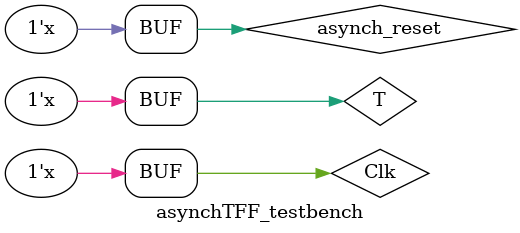
<source format=v>
`timescale 1ns / 1ps


module asynchTFF_testbench();

reg T;
reg Clk, asynch_reset;
wire Q;

asynch_tff TFFtest(.Q(Q), .T(T), .Clk(Clk), .asynch_reset(asynch_reset));
initial begin
T = 0;
Clk = 0;
asynch_reset = 0;
end

always #7 Clk=~Clk;
always #13 T=~T;
always #19 asynch_reset=~asynch_reset;

endmodule

</source>
